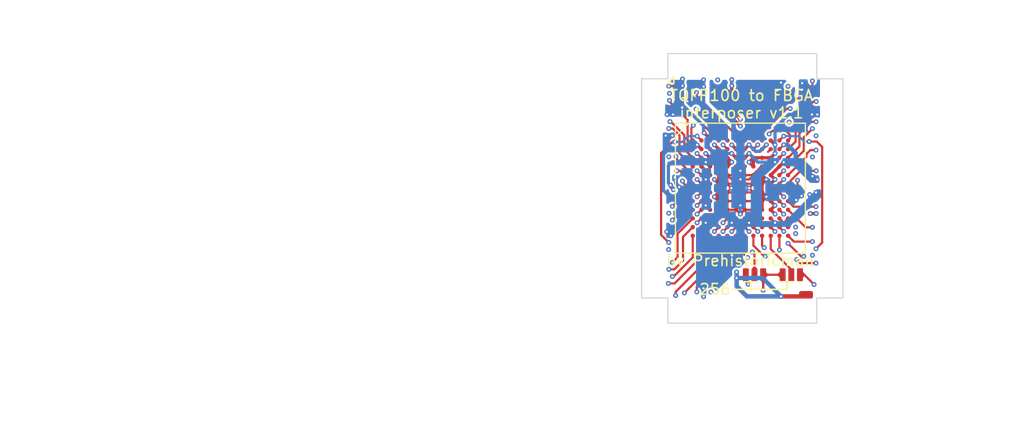
<source format=kicad_pcb>
(kicad_pcb (version 20221018) (generator pcbnew)
  (layers (0 "F.Cu" signal) (1 "In1.Cu" signal) (2 "In2.Cu" signal) (31 "B.Cu" signal) (34 "B.Paste" user) (35 "F.Paste" user) (36 "B.SilkS" user "B.Silkscreen") (37 "F.SilkS" user "F.Silkscreen") (38 "B.Mask" user) (39 "F.Mask" user) (44 "Edge.Cuts" user))
  (net 0 "")
  (net 1 "unconnected-(U1-PadB3)")
  (net 2 "unconnected-(U1-PadB10)")
  (net 3 "unconnected-(U1-PadG3)")
  (net 4 "unconnected-(U1-PadG10)")
  (net 5 "unconnected-(U1-PadK8)")
  (net 6 "unconnected-(U1-PadK11)")
  (net 7 "unconnected-(U1-PadK12)")
  (net 8 "unconnected-(U1-PadL2)")
  (net 9 "unconnected-(U1-PadL3)")
  (net 10 "unconnected-(U1-PadL9)")
  (net 11 "unconnected-(U1-PadL12)")
  (net 12 "unconnected-(U1-PadM2)")
  (net 13 "unconnected-(U2-Pad38)")
  (net 14 "unconnected-(U2-Pad39)")
  (net 15 "unconnected-(U2-Pad40)")
  (net 16 "unconnected-(U2-Pad41)")
  (net 17 "unconnected-(U2-Pad42)")
  (net 18 "unconnected-(U2-Pad43)")
  (net 19 "unconnected-(U2-Pad44)")
  (net 20 "unconnected-(U2-Pad52)")
  (net 21 "unconnected-(U2-Pad87)")
  (net 22 "unconnected-(U2-Pad88)")
  (net 23 "unconnected-(U2-Pad89)")
  (net 24 "unconnected-(U2-Pad90)")
  (net 25 "/DQ3")
  (net 26 "/DQ4")
  (net 27 "/DQ5")
  (net 28 "/DQ6")
  (net 29 "/DQ7")
  (net 30 "/DQ16")
  (net 31 "/DQ17")
  (net 32 "/DQ18")
  (net 33 "/DQ19")
  (net 34 "/DQ20")
  (net 35 "/DQ21")
  (net 36 "/DQ22")
  (net 37 "/DQ23")
  (net 38 "/DM0")
  (net 39 "/DM2")
  (net 40 "/~WE")
  (net 41 "/~CAS")
  (net 42 "/~RAS")
  (net 43 "/~CS")
  (net 44 "/BA0")
  (net 45 "/BA1")
  (net 46 "/A0")
  (net 47 "/A1")
  (net 48 "/A2")
  (net 49 "/A3")
  (net 50 "/A10")
  (net 51 "/A11")
  (net 52 "/A9")
  (net 53 "/A4")
  (net 54 "/A5")
  (net 55 "/A6")
  (net 56 "/A7")
  (net 57 "/A8")
  (net 58 "/CKE")
  (net 59 "/~CK")
  (net 60 "/CK")
  (net 61 "/DM1")
  (net 62 "/DM3")
  (net 63 "/VREF")
  (net 64 "/DQ8")
  (net 65 "/DQ9")
  (net 66 "/DQ10")
  (net 67 "/DQ11")
  (net 68 "/DQ12")
  (net 69 "/DQ13")
  (net 70 "/DQ14")
  (net 71 "/DQ15")
  (net 72 "/DQ24")
  (net 73 "/DQ25")
  (net 74 "/DQ26")
  (net 75 "/DQ27")
  (net 76 "/DQ29")
  (net 77 "/DQ30")
  (net 78 "/DQ31")
  (net 79 "/DQ0")
  (net 80 "/DQ1")
  (net 81 "/DQ2")
  (net 82 "unconnected-(U2-Pad91)")
  (net 83 "/VDDQ")
  (net 84 "/VSSQ")
  (net 85 "/VDD")
  (net 86 "VSS")
  (net 87 "/DQS")
  (net 88 "unconnected-(U2-Pad93)")
  (net 89 "/A8_int")
  (net 90 "/A9_int")
  (net 91 "/DQ28")
  (footprint "Jumper_custom:SolderJumper-3_P0.8mm_Open" (layer "F.Cu") (at 135.7 103.6 180)
    (fp_text reference "JP1" hide)
    (fp_text value "SolderJumper_3_Bridged12")
  )
  (footprint "Memory_RAM_custom:PQFP-100_14x20mm_P0.65mm_custom_In2Cu" (layer "F.Cu") (at 131.175 95.625)
    (fp_text reference "U2" hide)
    (fp_text value "K4D263238F")
  )
  (footprint "Package_BGA:LFBGA-144_10x10mm_Layout12x12_P0.8mm" (layer "F.Cu") (at 131 95.6)
    (fp_text reference "U1" hide)
    (fp_text value "HY5DU573222F")
  )
  (footprint "Jumper_custom:SolderJumper-3_P0.8mm_Open" (layer "F.Cu") (at 132.3 103.6 180)
    (fp_text reference "JP2" hide)
    (fp_text value "SolderJumper_3_Bridged12")
  )
  (gr_line (start 135.9 104.25) (end 134.7 104.25) (stroke (width 0.15)) (layer "F.SilkS"))
  (gr_line (start 124.85 85.925) (end 124.85 85.325) (stroke (width 0.15)) (layer "F.SilkS"))
  (gr_line (start 124.25 85.925) (end 124.85 85.325) (stroke (width 0.15)) (layer "F.SilkS"))
  (gr_line (start 131.95 104.25) (end 131.95 104.95) (stroke (width 0.15)) (layer "F.SilkS"))
  (gr_line (start 135.3 104.25) (end 135.3 104.95) (stroke (width 0.15)) (layer "F.SilkS"))
  (gr_line (start 124.25 85.925) (end 124.85 85.925) (stroke (width 0.15)) (layer "F.SilkS"))
  (gr_line (start 132.55 104.25) (end 131.35 104.25) (stroke (width 0.15)) (layer "F.SilkS"))
  (gr_line (start 135.3 104.95) (end 130.3 104.95) (stroke (width 0.15)) (layer "F.SilkS"))
  (gr_line (start 124.3 83.175) (end 138.05 83.175) (stroke (width 0.1)) (layer "Edge.Cuts"))
  (gr_line (start 121.875 85.5) (end 124.3 85.5) (stroke (width 0.1)) (layer "Edge.Cuts"))
  (gr_line (start 138.05 83.175) (end 138.05 85.5) (stroke (width 0.1)) (layer "Edge.Cuts"))
  (gr_line (start 140.475 85.5) (end 138.05 85.5) (stroke (width 0.1)) (layer "Edge.Cuts"))
  (gr_line (start 124.3 105.75) (end 121.875 105.75) (stroke (width 0.1)) (layer "Edge.Cuts"))
  (gr_line (start 140.475 85.5) (end 140.475 105.75) (stroke (width 0.1)) (layer "Edge.Cuts"))
  (gr_line (start 138.05 108.075) (end 124.3 108.075) (stroke (width 0.1)) (layer "Edge.Cuts"))
  (gr_line (start 138.05 105.75) (end 138.05 108.075) (stroke (width 0.1)) (layer "Edge.Cuts"))
  (gr_line (start 140.475 105.75) (end 138.05 105.75) (stroke (width 0.1)) (layer "Edge.Cuts"))
  (gr_line (start 124.3 85.5) (end 124.3 83.175) (stroke (width 0.1)) (layer "Edge.Cuts"))
  (gr_line (start 121.875 85.5) (end 121.875 105.75) (stroke (width 0.1)) (layer "Edge.Cuts"))
  (gr_line (start 124.3 108.075) (end 124.3 105.75) (stroke (width 0.1)) (layer "Edge.Cuts"))
  (gr_text "by Prehistoricman" (at 131 102.3) (layer "F.SilkS") (effects (font (size 1 1))))
  (gr_text "TQFP100 to FBGA\ninterposer v1.1" (at 131.1 87.85) (layer "F.SilkS") (effects (font (size 1 1))))
  (gr_text "256" (at 128.65 104.95) (layer "F.SilkS") (effects (font (size 1 1))))
  (segment (start 128.45 92.25) (end 128.2 92) (width 0.2) (layer "F.Cu") (net 1))
  (segment (start 133.55 92.25) (end 133.8 92) (width 0.2) (layer "F.Cu") (net 2))
  (segment (start 127.95 95.75) (end 128.2 96) (width 0.2) (layer "F.Cu") (net 3))
  (segment (start 134.05 96.25) (end 133.8 96) (width 0.2) (layer "F.Cu") (net 4))
  (segment (start 132.2 98.4) (end 132.45 98.65) (width 0.2) (layer "F.Cu") (net 5))
  (segment (start 134.85 98.65) (end 134.6 98.4) (width 0.2) (layer "F.Cu") (net 6))
  (segment (start 135.15 98.65) (end 135.4 98.4) (width 0.2) (layer "F.Cu") (net 7))
  (segment (start 127.65 99.45) (end 127.4 99.2) (width 0.2) (layer "F.Cu") (net 8))
  (segment (start 128.2 99.2) (end 127.95 99.45) (width 0.2) (layer "F.Cu") (net 9))
  (segment (start 133 99.2) (end 132.75 98.95) (width 0.2) (layer "F.Cu") (net 10))
  (segment (start 135.15 98.95) (end 135.4 99.2) (width 0.2) (layer "F.Cu") (net 11))
  (segment (start 127.4 100) (end 127.65 99.75) (width 0.2) (layer "F.Cu") (net 12))
  (segment (start 124.8322 86.1822) (end 124.3838 86.1822) (width 0.2) (layer "F.Cu") (net 25))
  (segment (start 125.5 86.85) (end 124.8322 86.1822) (width 0.2) (layer "F.Cu") (net 25))
  (segment (start 129 91.2) (end 125.5 87.7) (width 0.2) (layer "F.Cu") (net 25))
  (segment (start 125.5 87.7) (end 125.5 86.85) (width 0.2) (layer "F.Cu") (net 25))
  (via (at 124.3838 86.1822) (size 0.45) (drill 0.2) (layers "F.Cu" "B.Cu") (net 25))
  (segment (start 126.6 92) (end 126.123 91.523) (width 0.2) (layer "F.Cu") (net 26))
  (segment (start 126.123 91.523) (end 126.123 89.2855) (width 0.2) (layer "F.Cu") (net 26))
  (segment (start 126.123 89.2855) (end 124.45 87.6125) (width 0.2) (layer "F.Cu") (net 26))
  (segment (start 124.45 87.6125) (end 124.45 87.5) (width 0.2) (layer "F.Cu") (net 26))
  (via (at 124.45 87.5) (size 0.45) (drill 0.2) (layers "F.Cu" "B.Cu") (net 26))
  (segment (start 127.4 92.8) (end 127 92.4) (width 0.2) (layer "F.Cu") (net 27))
  (via (at 127 92.4) (size 0.45) (drill 0.2) (layers "F.Cu" "B.Cu") (net 27))
  (segment (start 125.82348 92.02348) (end 126.6 92.8) (width 0.2) (layer "F.Cu") (net 28))
  (segment (start 124.57057 89.4588) (end 125.82348 90.71171) (width 0.2) (layer "F.Cu") (net 28))
  (segment (start 125.82348 90.71171) (end 125.82348 92.02348) (width 0.2) (layer "F.Cu") (net 28))
  (segment (start 124.5 89.4588) (end 124.57057 89.4588) (width 0.2) (layer "F.Cu") (net 28))
  (via (at 124.5 89.4588) (size 0.45) (drill 0.2) (layers "F.Cu" "B.Cu") (net 28))
  (segment (start 126.6 93.6) (end 125.375 92.375) (width 0.2) (layer "F.Cu") (net 29))
  (segment (start 124.7438 90.0938) (end 124.3838 90.0938) (width 0.2) (layer "F.Cu") (net 29))
  (segment (start 125.375 90.725) (end 124.7438 90.0938) (width 0.2) (layer "F.Cu") (net 29))
  (segment (start 125.375 92.375) (end 125.375 90.725) (width 0.2) (layer "F.Cu") (net 29))
  (via (at 124.3838 90.0938) (size 0.45) (drill 0.2) (layers "F.Cu" "B.Cu") (net 29))
  (segment (start 127.4 94.4) (end 127 94) (width 0.2) (layer "F.Cu") (net 30))
  (via (at 127 94) (size 0.45) (drill 0.2) (layers "F.Cu" "B.Cu") (net 30))
  (segment (start 125.05 92.675) (end 125.05 92.85) (width 0.2) (layer "F.Cu") (net 31))
  (segment (start 125.05 92.85) (end 126.6 94.4) (width 0.2) (layer "F.Cu") (net 31))
  (via (at 125.05 92.675) (size 0.45) (drill 0.2) (layers "F.Cu" "B.Cu") (net 31))
  (segment (start 127.4 95.2) (end 127 94.8) (width 0.2) (layer "F.Cu") (net 32))
  (via (at 127 94.8) (size 0.45) (drill 0.2) (layers "F.Cu" "B.Cu") (net 32))
  (segment (start 125.124833 94.000167) (end 125.400167 94.000167) (width 0.2) (layer "F.Cu") (net 33))
  (segment (start 125.400167 94.000167) (end 126.6 95.2) (width 0.2) (layer "F.Cu") (net 33))
  (via (at 125.124833 94.000167) (size 0.45) (drill 0.2) (layers "F.Cu" "B.Cu") (net 33))
  (segment (start 127.4 96.8) (end 127 97.2) (width 0.2) (layer "F.Cu") (net 34))
  (via (at 127 97.2) (size 0.45) (drill 0.2) (layers "F.Cu" "B.Cu") (net 34))
  (segment (start 125.196 96.8) (end 124.714 97.282) (width 0.2) (layer "F.Cu") (net 35))
  (segment (start 126.6 96.8) (end 125.196 96.8) (width 0.2) (layer "F.Cu") (net 35))
  (via (at 124.714 97.282) (size 0.45) (drill 0.2) (layers "F.Cu" "B.Cu") (net 35))
  (segment (start 125.666 97.6) (end 124.714 98.552) (width 0.2) (layer "F.Cu") (net 36))
  (segment (start 126.6 97.6) (end 125.666 97.6) (width 0.2) (layer "F.Cu") (net 36))
  (via (at 124.714 98.552) (size 0.45) (drill 0.2) (layers "F.Cu" "B.Cu") (net 36))
  (segment (start 127.4 97.6) (end 127 98) (width 0.2) (layer "F.Cu") (net 37))
  (via (at 127 98) (size 0.45) (drill 0.2) (layers "F.Cu" "B.Cu") (net 37))
  (segment (start 124.712667 91.337333) (end 124.937667 91.337333) (width 0.2) (layer "F.Cu") (net 38))
  (segment (start 123.675 99.9162) (end 123.675 92.375) (width 0.2) (layer "F.Cu") (net 38))
  (segment (start 123.675 92.375) (end 124.712667 91.337333) (width 0.2) (layer "F.Cu") (net 38))
  (segment (start 127.4 91.2) (end 127 90.8) (width 0.2) (layer "F.Cu") (net 38))
  (segment (start 124.3838 100.625) (end 123.675 99.9162) (width 0.2) (layer "F.Cu") (net 38))
  (via (at 124.3838 100.625) (size 0.45) (drill 0.2) (layers "F.Cu" "B.Cu") (net 38))
  (via (at 124.937667 91.337333) (size 0.45) (drill 0.2) (layers "F.Cu" "B.Cu") (net 38))
  (via (at 127 90.8) (size 0.45) (drill 0.2) (layers "F.Cu" "B.Cu") (net 38))
  (segment (start 127 90.8) (end 126.175 90.8) (width 0.2) (layer "B.Cu") (net 38))
  (segment (start 126.175 90.8) (end 125.637667 91.337333) (width 0.2) (layer "B.Cu") (net 38))
  (segment (start 125.637667 91.337333) (end 124.937667 91.337333) (width 0.2) (layer "B.Cu") (net 38))
  (segment (start 127.4 96) (end 127 96.4) (width 0.2) (layer "F.Cu") (net 39))
  (via (at 127 96.4) (size 0.45) (drill 0.2) (layers "F.Cu" "B.Cu") (net 39))
  (via (at 124.375 101.275) (size 0.45) (drill 0.2) (layers "F.Cu" "B.Cu") (net 39))
  (segment (start 127.4 98.4) (end 127 98.8) (width 0.2) (layer "F.Cu") (net 40))
  (via (at 127 98.8) (size 0.45) (drill 0.2) (layers "F.Cu" "B.Cu") (net 40))
  (segment (start 125.2 101.9836) (end 125.2 99.8) (width 0.2) (layer "F.Cu") (net 41))
  (segment (start 125.2 99.8) (end 126.6 98.4) (width 0.2) (layer "F.Cu") (net 41))
  (segment (start 124.717 102.4666) (end 125.2 101.9836) (width 0.2) (layer "F.Cu") (net 41))
  (via (at 124.717 102.4666) (size 0.45) (drill 0.2) (layers "F.Cu" "B.Cu") (net 41))
  (segment (start 124.3868 103.1016) (end 124.8984 103.1016) (width 0.2) (layer "F.Cu") (net 42))
  (segment (start 125.7 102.3) (end 125.7 100.1) (width 0.2) (layer "F.Cu") (net 42))
  (segment (start 124.8984 103.1016) (end 125.7 102.3) (width 0.2) (layer "F.Cu") (net 42))
  (segment (start 125.7 100.1) (end 126.6 99.2) (width 0.2) (layer "F.Cu") (net 42))
  (via (at 124.3868 103.1016) (size 0.45) (drill 0.2) (layers "F.Cu" "B.Cu") (net 42))
  (segment (start 126.6 102) (end 126.6 100) (width 0.2) (layer "F.Cu") (net 43))
  (segment (start 124.714 103.759) (end 124.841 103.759) (width 0.2) (layer "F.Cu") (net 43))
  (segment (start 124.841 103.759) (end 126.6 102) (width 0.2) (layer "F.Cu") (net 43))
  (via (at 124.714 103.759) (size 0.45) (drill 0.2) (layers "F.Cu" "B.Cu") (net 43))
  (segment (start 124.92289 104.4) (end 124.35 104.4) (width 0.2) (layer "F.Cu") (net 44))
  (segment (start 124.92289 104.4) (end 128.2 101.12289) (width 0.2) (layer "F.Cu") (net 44))
  (segment (start 128.2 101.12289) (end 128.2 100) (width 0.2) (layer "F.Cu") (net 44))
  (via (at 124.35 104.4) (size 0.45) (drill 0.2) (layers "F.Cu" "B.Cu") (net 44))
  (segment (start 129 99.2) (end 128.6 99.6) (width 0.2) (layer "F.Cu") (net 45))
  (via (at 128.6 99.6) (size 0.45) (drill 0.2) (layers "F.Cu" "B.Cu") (net 45))
  (segment (start 129 101.2) (end 129 100) (width 0.2) (layer "F.Cu") (net 46))
  (segment (start 125.0188 105.1812) (end 129 101.2) (width 0.2) (layer "F.Cu") (net 46))
  (segment (start 125.0188 105.5116) (end 125.0188 105.1812) (width 0.2) (layer "F.Cu") (net 46))
  (via (at 125.0188 105.5116) (size 0.45) (drill 0.2) (layers "F.Cu" "B.Cu") (net 46))
  (segment (start 125.825 105.275) (end 129.8 101.3) (width 0.2) (layer "F.Cu") (net 47))
  (segment (start 129.8 101.3) (end 129.8 100) (width 0.2) (layer "F.Cu") (net 47))
  (via (at 125.825 105.275) (size 0.45) (drill 0.2) (layers "F.Cu" "B.Cu") (net 47))
  (segment (start 129.7939 99.231) (end 129.4061 99.6188) (width 0.2) (layer "F.Cu") (net 48))
  (via (at 129.4 99.6) (size 0.45) (drill 0.2) (layers "F.Cu" "B.Cu") (net 48))
  (segment (start 130.6 101.1) (end 130.6 100) (width 0.2) (layer "F.Cu") (net 49))
  (segment (start 126.9746 104.7254) (end 130.6 101.1) (width 0.2) (layer "F.Cu") (net 49))
  (segment (start 126.9746 105.1814) (end 126.9746 104.7254) (width 0.2) (layer "F.Cu") (net 49))
  (via (at 126.9746 105.1814) (size 0.45) (drill 0.2) (layers "F.Cu" "B.Cu") (net 49))
  (segment (start 129.7875 98.4125) (end 129.4125 98.7875) (width 0.2) (layer "F.Cu") (net 50))
  (via (at 129.4 98.8) (size 0.45) (drill 0.2) (layers "F.Cu" "B.Cu") (net 50))
  (via (at 128.275 105.2) (size 0.45) (drill 0.2) (layers "F.Cu" "B.Cu") (net 50))
  (segment (start 130.5937 99.2063) (end 130.2063 99.5937) (width 0.2) (layer "F.Cu") (net 51))
  (via (at 130.2 99.6) (size 0.45) (drill 0.2) (layers "F.Cu" "B.Cu") (net 51))
  (segment (start 133.1 104.55) (end 133.1 104.35) (width 0.2) (layer "F.Cu") (net 52))
  (segment (start 133.475 103.6) (end 133.3 103.775) (width 0.2) (layer "F.Cu") (net 52))
  (segment (start 134.5 103.6) (end 134.675 103.425) (width 0.2) (layer "F.Cu") (net 52))
  (segment (start 133.1 104.55) (end 133.1 104.25) (width 0.2) (layer "F.Cu") (net 52))
  (segment (start 133.1 104.35) (end 133.1 103.6) (width 0.2) (layer "F.Cu") (net 52))
  (segment (start 133.1 104.25) (end 133.275 104.075) (width 0.2) (layer "F.Cu") (net 52))
  (segment (start 133.1 104.25) (end 132.925 104.075) (width 0.2) (layer "F.Cu") (net 52))
  (segment (start 134.5 103.6) (end 134.675 103.775) (width 0.2) (layer "F.Cu") (net 52))
  (segment (start 135.075 104.1) (end 134.725 104.1) (width 0.2) (layer "F.Cu") (net 52))
  (segment (start 133.275 103.1) (end 132.925 103.1) (width 0.2) (layer "F.Cu") (net 52))
  (segment (start 135.075 103.1) (end 134.725 103.1) (width 0.2) (layer "F.Cu") (net 52))
  (segment (start 133.1 104.75) (end 133.1 104.55) (width 0.2) (layer "F.Cu") (net 52))
  (segment (start 133.1 103.6) (end 134.9 103.6) (width 0.2) (layer "F.Cu") (net 52))
  (segment (start 133.1 105.025) (end 133.1 104.75) (width 0.2) (layer "F.Cu") (net 52))
  (segment (start 133.1 104.75) (end 133.1 104.25) (width 0.2) (layer "F.Cu") (net 52))
  (segment (start 133.475 103.6) (end 133.3 103.425) (width 0.2) (layer "F.Cu") (net 52))
  (via (at 133.1 105.025) (size 0.45) (drill 0.2) (layers "F.Cu" "B.Cu") (net 52))
  (segment (start 131.4 101.739401) (end 131.4 100) (width 0.2) (layer "F.Cu") (net 53))
  (segment (start 131.660599 102) (end 131.4 101.739401) (width 0.2) (layer "F.Cu") (net 53))
  (via (at 131.660599 102) (size 0.45) (drill 0.2) (layers "F.Cu" "B.Cu") (net 53))
  (segment (start 132.2 99.2) (end 132.6 99.6) (width 0.2) (layer "F.Cu") (net 54))
  (via (at 132.6 99.6) (size 0.45) (drill 0.2) (layers "F.Cu" "B.Cu") (net 54))
  (segment (start 132.2 100.9) (end 133.2 101.9) (width 0.2) (layer "F.Cu") (net 55))
  (segment (start 133.2 101.9) (end 133.3 101.9) (width 0.2) (layer "F.Cu") (net 55))
  (segment (start 132.2 100.9) (end 132.2 100) (width 0.2) (layer "F.Cu") (net 55))
  (via (at 133.3 101.9) (size 0.45) (drill 0.2) (layers "F.Cu" "B.Cu") (net 55))
  (segment (start 133 100) (end 133 100.9) (width 0.2) (layer "F.Cu") (net 56))
  (segment (start 133 100.9) (end 133.2 101.1) (width 0.2) (layer "F.Cu") (net 56))
  (via (at 133.2 101.1) (size 0.45) (drill 0.2) (layers "F.Cu" "B.Cu") (net 56))
  (segment (start 136.9 103.6) (end 136.5 103.6) (width 0.2) (layer "F.Cu") (net 57))
  (segment (start 136.9 103.6) (end 136.725 103.425) (width 0.2) (layer "F.Cu") (net 57))
  (segment (start 131.5 104.275) (end 131.675 104.1) (width 0.2) (layer "F.Cu") (net 57))
  (segment (start 137.8 104.5) (end 136.9 103.6) (width 0.2) (layer "F.Cu") (net 57))
  (segment (start 131.725 104.475) (end 131.5 104.25) (width 0.2) (layer "F.Cu") (net 57))
  (segment (start 136.9 103.6) (end 136.725 103.775) (width 0.2) (layer "F.Cu") (net 57))
  (segment (start 131.675 103.1) (end 131.325 103.1) (width 0.2) (layer "F.Cu") (net 57))
  (segment (start 131.5 103.6) (end 131.5 103.9) (width 0.2) (layer "F.Cu") (net 57))
  (segment (start 131.5 104.25) (end 131.5 103.6) (width 0.2) (layer "F.Cu") (net 57))
  (segment (start 136.675 103.1) (end 136.325 103.1) (width 0.2) (layer "F.Cu") (net 57))
  (segment (start 131.5 104.275) (end 131.325 104.1) (width 0.2) (layer "F.Cu") (net 57))
  (segment (start 136.675 104.1) (end 136.325 104.1) (width 0.2) (layer "F.Cu") (net 57))
  (via (at 131.725 104.475) (size 0.45) (drill 0.2) (layers "F.Cu" "B.Cu") (net 57))
  (via (at 137.8 104.5) (size 0.45) (drill 0.2) (layers "F.Cu" "B.Cu") (net 57))
  (segment (start 134.6 100) (end 134.6 101.3) (width 0.2) (layer "F.Cu") (net 58))
  (via (at 134.6 101.3) (size 0.45) (drill 0.2) (layers "F.Cu" "B.Cu") (net 58))
  (segment (start 136.85 101.9) (end 136.6 101.9) (width 0.2) (layer "F.Cu") (net 59))
  (segment (start 136.6 101.9) (end 135.4 100.7) (width 0.2) (layer "F.Cu") (net 59))
  (segment (start 134.6 99.2) (end 135 99.6) (width 0.2) (layer "F.Cu") (net 59))
  (via (at 135 99.6) (size 0.45) (drill 0.2) (layers "F.Cu" "B.Cu") (net 59))
  (via (at 136.85 101.9) (size 0.45) (drill 0.2) (layers "F.Cu" "B.Cu") (net 59))
  (via (at 135.4 100.7) (size 0.45) (drill 0.2) (layers "F.Cu" "B.Cu") (net 59))
  (segment (start 136.522 102.522) (end 137.9802 102.522) (width 0.2) (layer "F.Cu") (net 60))
  (segment (start 133.8 99.2) (end 134.2 99.6) (width 0.2) (layer "F.Cu") (net 60))
  (segment (start 136.2 102.2) (end 136.522 102.522) (width 0.2) (layer "F.Cu") (net 60))
  (via (at 137.9802 102.522) (size 0.45) (drill 0.2) (layers "F.Cu" "B.Cu") (net 60))
  (via (at 136.2 102.2) (size 0.45) (drill 0.2) (layers "F.Cu" "B.Cu") (net 60))
  (via (at 134.2 99.6) (size 0.45) (drill 0.2) (layers "F.Cu" "B.Cu") (net 60))
  (segment (start 134.6 96) (end 135 96.4) (width 0.2) (layer "F.Cu") (net 61))
  (via (at 135 96.4) (size 0.45) (drill 0.2) (layers "F.Cu" "B.Cu") (net 61))
  (via (at 137.65 101.8) (size 0.45) (drill 0.2) (layers "F.Cu" "B.Cu") (net 61))
  (segment (start 138.55 100.6314) (end 137.9802 101.2012) (width 0.2) (layer "F.Cu") (net 62))
  (segment (start 138.55 91.8) (end 138.55 100.6314) (width 0.2) (layer "F.Cu") (net 62))
  (segment (start 138.55 91.8) (end 138.05 91.3) (width 0.2) (layer "F.Cu") (net 62))
  (segment (start 138.05 91.3) (end 137.35 91.3) (width 0.2) (layer "F.Cu") (net 62))
  (segment (start 134.6 91.2) (end 135 90.8) (width 0.2) (layer "F.Cu") (net 62))
  (via (at 137.35 91.3) (size 0.45) (drill 0.2) (layers "F.Cu" "B.Cu") (net 62))
  (via (at 137.9802 101.2012) (size 0.45) (drill 0.2) (layers "F.Cu" "B.Cu") (net 62))
  (via (at 135 90.8) (size 0.45) (drill 0.2) (layers "F.Cu" "B.Cu") (net 62))
  (segment (start 136.9 91.3) (end 136.4 90.8) (width 0.2) (layer "B.Cu") (net 62))
  (segment (start 136.4 90.8) (end 135 90.8) (width 0.2) (layer "B.Cu") (net 62))
  (segment (start 137.35 91.3) (end 136.9 91.3) (width 0.2) (layer "B.Cu") (net 62))
  (segment (start 135.9408 100.5408) (end 135.4 100) (width 0.2) (layer "F.Cu") (net 63))
  (segment (start 137.65 100.5408) (end 135.9408 100.5408) (width 0.2) (layer "F.Cu") (net 63))
  (via (at 137.65 100.5408) (size 0.45) (drill 0.2) (layers "F.Cu" "B.Cu") (net 63))
  (segment (start 137.02 99.22) (end 135.4 97.6) (width 0.2) (layer "F.Cu") (net 64))
  (segment (start 137.65 99.22) (end 137.02 99.22) (width 0.2) (layer "F.Cu") (net 64))
  (via (at 137.65 99.22) (size 0.45) (drill 0.2) (layers "F.Cu" "B.Cu") (net 64))
  (segment (start 134.6 97.6) (end 135 98) (width 0.2) (layer "F.Cu") (net 65))
  (via (at 135 98) (size 0.45) (drill 0.2) (layers "F.Cu" "B.Cu") (net 65))
  (segment (start 137.9802 97.315) (end 135.915 97.315) (width 0.2) (layer "F.Cu") (net 66))
  (segment (start 135.915 97.315) (end 135.4 96.8) (width 0.2) (layer "F.Cu") (net 66))
  (via (at 137.9802 97.315) (size 0.45) (drill 0.2) (layers "F.Cu" "B.Cu") (net 66))
  (segment (start 134.6 96.8) (end 135 97.2) (width 0.2) (layer "F.Cu") (net 67))
  (via (at 135 97.2) (size 0.45) (drill 0.2) (layers "F.Cu" "B.Cu") (net 67))
  (segment (start 136.55 94) (end 135.4 95.15) (width 0.2) (layer "F.Cu") (net 68))
  (segment (start 138 94) (end 136.55 94) (width 0.2) (layer "F.Cu") (net 68))
  (segment (start 135.4 95.15) (end 135.4 95.2) (width 0.2) (layer "F.Cu") (net 68))
  (via (at 138 94) (size 0.45) (drill 0.2) (layers "F.Cu" "B.Cu") (net 68))
  (segment (start 134.6 95.2) (end 135 94.8) (width 0.2) (layer "F.Cu") (net 69))
  (via (at 135 94.8) (size 0.45) (drill 0.2) (layers "F.Cu" "B.Cu") (net 69))
  (segment (start 137.1 92.45) (end 137.4602 92.0898) (width 0.2) (layer "F.Cu") (net 70))
  (segment (start 135.4 94.4) (end 137.1 92.7) (width 0.2) (layer "F.Cu") (net 70))
  (segment (start 137.4602 92.0898) (end 137.9822 92.0898) (width 0.2) (layer "F.Cu") (net 70))
  (segment (start 137.1 92.7) (end 137.1 92.45) (width 0.2) (layer "F.Cu") (net 70))
  (via (at 137.9822 92.0898) (size 0.45) (drill 0.2) (layers "F.Cu" "B.Cu") (net 70))
  (segment (start 134.6 94.4) (end 135 94) (width 0.2) (layer "F.Cu") (net 71))
  (via (at 135 94) (size 0.45) (drill 0.2) (layers "F.Cu" "B.Cu") (net 71))
  (segment (start 136.85 90.9106) (end 137.652 90.1086) (width 0.2) (layer "F.Cu") (net 72))
  (segment (start 136.85 92.15) (end 136.85 90.9106) (width 0.2) (layer "F.Cu") (net 72))
  (segment (start 135.4 93.6) (end 136.85 92.15) (width 0.2) (layer "F.Cu") (net 72))
  (via (at 137.652 90.1086) (size 0.45) (drill 0.2) (layers "F.Cu" "B.Cu") (net 72))
  (segment (start 137.5264 89.4736) (end 136.45 90.55) (width 0.2) (layer "F.Cu") (net 73))
  (segment (start 136.45 90.55) (end 136.45 91.75) (width 0.2) (layer "F.Cu") (net 73))
  (segment (start 136.45 91.75) (end 135.4 92.8) (width 0.2) (layer "F.Cu") (net 73))
  (segment (start 137.9822 89.4736) (end 137.5264 89.4736) (width 0.2) (layer "F.Cu") (net 73))
  (via (at 137.9822 89.4736) (size 0.45) (drill 0.2) (layers "F.Cu" "B.Cu") (net 73))
  (segment (start 134.6 92.8) (end 135 92.4) (width 0.2) (layer "F.Cu") (net 74))
  (via (at 135 92.4) (size 0.45) (drill 0.2) (layers "F.Cu" "B.Cu") (net 74))
  (segment (start 137.75 87.6) (end 136.1 89.25) (width 0.2) (layer "F.Cu") (net 75))
  (segment (start 136.1 91.3) (end 135.4 92) (width 0.2) (layer "F.Cu") (net 75))
  (segment (start 138 87.6) (end 137.75 87.6) (width 0.2) (layer "F.Cu") (net 75))
  (segment (start 136.1 89.25) (end 136.1 91.3) (width 0.2) (layer "F.Cu") (net 75))
  (via (at 138 87.6) (size 0.45) (drill 0.2) (layers "F.Cu" "B.Cu") (net 75))
  (segment (start 136.96475 87.33525) (end 135.32652 87.33525) (width 0.2) (layer "F.Cu") (net 76))
  (segment (start 135.32652 87.33525) (end 132.2 90.46177) (width 0.2) (layer "F.Cu") (net 76))
  (segment (start 137.65 85.7) (end 137.65 86.65) (width 0.2) (layer "F.Cu") (net 76))
  (segment (start 137.65 86.65) (end 136.96475 87.33525) (width 0.2) (layer "F.Cu") (net 76))
  (segment (start 132.2 90.46177) (end 132.2 91.2) (width 0.2) (layer "F.Cu") (net 76))
  (via (at 137.65 85.7) (size 0.45) (drill 0.2) (layers "F.Cu" "B.Cu") (net 76))
  (segment (start 132.2 92) (end 132.6 91.6) (width 0.2) (layer "F.Cu") (net 77))
  (via (at 132.6 91.6) (size 0.45) (drill 0.2) (layers "F.Cu" "B.Cu") (net 77))
  (segment (start 131.4 90.475) (end 131.4 91.2) (width 0.2) (layer "F.Cu") (net 78))
  (segment (start 135.4 86.475) (end 131.4 90.475) (width 0.2) (layer "F.Cu") (net 78))
  (segment (start 135.4 86.2) (end 135.4 86.475) (width 0.2) (layer "F.Cu") (net 78))
  (via (at 135.4 86.2) (size 0.45) (drill 0.2) (layers "F.Cu" "B.Cu") (net 78))
  (segment (start 126.95 87.05) (end 130.6 90.7) (width 0.2) (layer "F.Cu") (net 79))
  (segment (start 130.6 90.7) (end 130.6 91.2) (width 0.2) (layer "F.Cu") (net 79))
  (segment (start 126.95 86.775) (end 126.95 87.05) (width 0.2) (layer "F.Cu") (net 79))
  (via (at 126.95 86.775) (size 0.45) (drill 0.2) (layers "F.Cu" "B.Cu") (net 79))
  (segment (start 129.8 92) (end 129.4 91.6) (width 0.2) (layer "F.Cu") (net 80))
  (via (at 129.4 91.6) (size 0.45) (drill 0.2) (layers "F.Cu" "B.Cu") (net 80))
  (segment (start 126.9 88.3) (end 129.8 91.2) (width 0.2) (layer "F.Cu") (net 81))
  (via (at 126.9 88.3) (size 0.45) (drill 0.2) (layers "F.Cu" "B.Cu") (net 81))
  (segment (start 133 92) (end 133.4 91.6) (width 0.3) (layer "F.Cu") (net 83))
  (segment (start 134.6 93.6) (end 135 93.2) (width 0.3) (layer "F.Cu") (net 83))
  (segment (start 128.2 97.6) (end 127.8 97.2) (width 0.3) (layer "F.Cu") (net 83))
  (segment (start 131.4 92) (end 131.8 91.6) (width 0.3) (layer "F.Cu") (net 83))
  (segment (start 124.925 94.6) (end 125.024511 94.699511) (width 0.3) (layer "F.Cu") (net 83))
  (segment (start 130.6 92) (end 130.2 91.6) (width 0.3) (layer "F.Cu") (net 83))
  (segment (start 134.6 92) (end 135 91.6) (width 0.2) (layer "F.Cu") (net 83))
  (segment (start 127.8 94) (end 127.4 93.6) (width 0.3) (layer "F.Cu") (net 83))
  (segment (start 128.2 94.4) (end 127.8 94.8) (width 0.3) (layer "F.Cu") (net 83))
  (segment (start 133.8 96.8) (end 134.2 97.2) (width 0.3) (layer "F.Cu") (net 83))
  (segment (start 130.6 92) (end 131.4 92) (width 0.3) (layer "F.Cu") (net 83))
  (segment (start 128.2 94.4) (end 127.8 94) (width 0.3) (layer "F.Cu") (net 83))
  (segment (start 137.8 94.5) (end 138.1 94.8) (width 0.3) (layer "F.Cu") (net 83))
  (segment (start 133.8 97.6) (end 134.2 98) (width 0.3) (layer "F.Cu") (net 83))
  (segment (start 124.2055 99.6305) (end 124.575 100) (width 0.4) (layer "F.Cu") (net 83))
  (segment (start 134.2 94) (end 134.6 93.6) (width 0.3) (layer "F.Cu") (net 83))
  (segment (start 137.65 94.5) (end 137.8 94.5) (width 0.3) (layer "F.Cu") (net 83))
  (segment (start 125.024511 94.699511) (end 125.024511 95.174511) (width 0.3) (layer "F.Cu") (net 83))
  (segment (start 128.2 95.2) (end 127.8 94.8) (width 0.3) (layer "F.Cu") (net 83))
  (segment (start 129 92) (end 128.6 91.6) (width 0.3) (layer "F.Cu") (net 83))
  (segment (start 128.2 96.8) (end 127.8 97.2) (width 0.3) (layer "F.Cu") (net 83))
  (segment (start 133.8 97.6) (end 134.2 97.2) (width 0.3) (layer "F.Cu") (net 83))
  (segment (start 134.2 94.8) (end 133.8 94.4) (width 0.3) (layer "F.Cu") (net 83))
  (segment (start 124.1 90.75) (end 124.725 90.75) (width 0.4) (layer "F.Cu") (net 83))
  (segment (start 133.8 94.4) (end 134.2 94) (width 0.3) (layer "F.Cu") (net 83))
  (segment (start 127.4 92) (end 127 91.6) (width 0.3) (layer "F.Cu") (net 83))
  (segment (start 125.024511 95.174511) (end 125.35 95.5) (width 0.3) (layer "F.Cu") (net 83))
  (segment (start 133.8 95.2) (end 134.2 94.8) (width 0.3) (layer "F.Cu") (net 83))
  (via (at 124.45 86.85) (size 0.45) (drill 0.2) (layers "F.Cu" "B.Cu") (net 83))
  (via (at 137.65 94.5) (size 0.45) (drill 0.2) (layers "F.Cu" "B.Cu") (net 83))
  (via (at 131.8 91.6) (size 0.45) (drill 0.2) (layers "F.Cu" "B.Cu") (net 83))
  (via (at 137.9822 90.769) (size 0.45) (drill 0.2) (layers "F.Cu" "B.Cu") (net 83))
  (via (at 138.1 94.8) (size 0.45) (drill 0.2) (layers "F.Cu" "B.Cu") (net 83))
  (via (at 127.8 94.8) (size 0.45) (drill 0.2) (layers "F.Cu" "B.Cu") (net 83))
  (via (at 135.5 89.5) (size 0.45) (drill 0.2) (layers "F.Cu" "B.Cu") (net 83))
  (via (at 136.1 99.2) (size 0.45) (drill 0.2) (layers "F.Cu" "B.Cu") (net 83))
  (via (at 124.925 94.6) (size 0.45) (drill 0.2) (layers "F.Cu" "B.Cu") (net 83))
  (via (at 125.35 95.5) (size 0.45) (drill 0.2) (layers "F.Cu" "B.Cu") (net 83))
  (via (at 130.2 91.6) (size 0.45) (drill 0.2) (layers "F.Cu" "B.Cu") (net 83))
  (via (at 127 91.6) (size 0.45) (drill 0.2) (layers "F.Cu" "B.Cu") (net 83))
  (via (at 124.714 90.7542) (size 0.45) (drill 0.2) (layers "F.Cu" "B.Cu") (net 83))
  (via (at 134.2 97.2) (size 0.45) (drill 0.2) (layers "F.Cu" "B.Cu") (net 83))
  (via (at 124.575 100) (size 0.45) (drill 0.2) (layers "F.Cu" "B.Cu") (net 83))
  (via (at 133.4 91.6) (size 0.45) (drill 0.2) (layers "F.Cu" "B.Cu") (net 83))
  (via (at 136.1 99.8) (size 0.45) (drill 0.2) (layers "F.Cu" "B.Cu") (net 83))
  (via (at 134.2 98) (size 0.45) (drill 0.2) (layers "F.Cu" "B.Cu") (net 83))
  (via (at 135 91.6) (size 0.45) (drill 0.2) (layers "F.Cu" "B.Cu") (net 83))
  (via (at 135 93.2) (size 0.45) (drill 0.2) (layers "F.Cu" "B.Cu") (net 83))
  (via (at 127.8 97.2) (size 0.45) (drill 0.2) (layers "F.Cu" "B.Cu") (net 83))
  (via (at 128.6 91.6) (size 0.45) (drill 0.2) (layers "F.Cu" "B.Cu") (net 83))
  (via (at 124.1 90.75) (size 0.45) (drill 0.2) (layers "F.Cu" "B.Cu") (net 83))
  (via (at 124.2 99.6305) (size 0.45) (drill 0.2) (layers "F.Cu" "B.Cu") (net 83))
  (via (at 134.2 94.8) (size 0.45) (drill 0.2) (layers "F.Cu" "B.Cu") (net 83))
  (segment (start 125.024511 95.174511) (end 126.05 96.2) (width 0.3) (layer "B.Cu") (net 83))
  (segment (start 135.35 91.6) (end 135 91.6) (width 0.4) (layer "B.Cu") (net 83))
  (segment (start 125.95 98.625) (end 125.95 96.5) (width 0.3) (layer "B.Cu") (net 83))
  (segment (start 137.8 94.5) (end 138.1 94.8) (width 0.3) (layer "B.Cu") (net 83))
  (segment (start 136.1 93.2) (end 136.1 92.35) (width 0.4) (layer "B.Cu") (net 83))
  (segment (start 137.4 94.5) (end 136.1 93.2) (width 0.4) (layer "B.Cu") (net 83))
  (segment (start 137.65 94.5) (end 137.4 94.5) (width 0.4) (layer "B.Cu") (net 83))
  (segment (start 126.8 95.65) (end 127.8 95.65) (width 0.3) (layer "B.Cu") (net 83))
  (segment (start 124.1 92.3) (end 123.9 92.5) (width 0.3) (layer "B.Cu") (net 83))
  (segment (start 124.1 90.75) (end 124.1 92.125) (width 0.3) (layer "B.Cu") (net 83))
  (segment (start 124.1 92.125) (end 124.1 92.3) (width 0.3) (layer "B.Cu") (net 83))
  (segment (start 123.9 92.5) (end 123.9 95.825) (width 0.3) (layer "B.Cu") (net 83))
  (segment (start 132.8 92.2) (end 132.4 92.2) (width 0.3) (layer "B.Cu") (net 83))
  (segment (start 125.024511 94.699511) (end 125.024511 95.174511) (width 0.3) (layer "B.Cu") (net 83))
  (segment (start 123.9 95.825) (end 124.575 96.5) (width 0.3) (layer "B.Cu") (net 83))
  (segment (start 132.4 92.2) (end 131.8 91.6) (width 0.3) (layer "B.Cu") (net 83))
  (segment (start 124.2055 99.6305) (end 124.575 100) (width 0.4) (layer "B.Cu") (net 83))
  (segment (start 127.8 97.2) (end 127.8 95.65) (width 0.3) (layer "B.Cu") (net 83))
  (segment (start 126.075 92.125) (end 126.6 91.6) (width 0.3) (layer "B.Cu") (net 83))
  (segment (start 124.2 99.6305) (end 124.2055 99.6305) (width 0.3) (layer "B.Cu") (net 83))
  (segment (start 124.714 90.7542) (end 124.7098 90.75) (width 0.3) (layer "B.Cu") (net 83))
  (segment (start 124.1 92.125) (end 126.075 92.125) (width 0.3) (layer "B.Cu") (net 83))
  (segment (start 133.4 91.6) (end 132.8 92.2) (width 0.3) (layer "B.Cu") (net 83))
  (segment (start 136.1 92.35) (end 135.35 91.6) (width 0.4) (layer "B.Cu") (net 83))
  (segment (start 125.95 96.5) (end 126.8 95.65) (width 0.3) (layer "B.Cu") (net 83))
  (segment (start 137.65 94.5) (end 137.8 94.5) (width 0.3) (layer "B.Cu") (net 83))
  (segment (start 124.7098 90.75) (end 124.1 90.75) (width 0.3) (layer "B.Cu") (net 83))
  (segment (start 124.575 100) (end 125.95 98.625) (width 0.3) (layer "B.Cu") (net 83))
  (segment (start 124.575 96.5) (end 125.95 96.5) (width 0.3) (layer "B.Cu") (net 83))
  (segment (start 124.925 94.6) (end 125.024511 94.699511) (width 0.3) (layer "B.Cu") (net 83))
  (segment (start 126.6 91.6) (end 127 91.6) (width 0.3) (layer "B.Cu") (net 83))
  (segment (start 127.8 95.65) (end 127.8 94.8) (width 0.3) (layer "B.Cu") (net 83))
  (segment (start 136.1 93.2) (end 135 93.2) (width 0.4) (layer "B.Cu") (net 83))
  (segment (start 130.2 87.5) (end 130.2 86.15) (width 0.3) (layer "F.Cu") (net 84))
  (segment (start 133 95.2) (end 133 94.4) (width 0.3) (layer "F.Cu") (net 84))
  (segment (start 131 89.25) (end 130.2 88.45) (width 0.3) (layer "F.Cu") (net 84))
  (segment (start 129 96.8) (end 128.6 96.4) (width 0.3) (layer "F.Cu") (net 84))
  (segment (start 129.8 93.6) (end 129.8 92.8) (width 0.3) (layer "F.Cu") (net 84))
  (segment (start 133 95.2) (end 133 97.6) (width 0.3) (layer "F.Cu") (net 84))
  (segment (start 131.8 93.2) (end 132.2 92.8) (width 0.3) (layer "F.Cu") (net 84))
  (segment (start 129 97.6) (end 129 95.2) (width 0.3) (layer "F.Cu") (net 84))
  (segment (start 133 96) (end 133.4 96.4) (width 0.3) (layer "F.Cu") (net 84))
  (segment (start 132.2 93.6) (end 131.8 93.2) (width 0.3) (layer "F.Cu") (net 84))
  (segment (start 129 96) (end 128.6 96.4) (width 0.3) (layer "F.Cu") (net 84))
  (segment (start 134.2 91.6) (end 133.8 91.2) (width 0.3) (layer "F.Cu") (net 84))
  (segment (start 129 95.2) (end 129 94.4) (width 0.3) (layer "F.Cu") (net 84))
  (segment (start 138 97.95) (end 137.45 97.95) (width 0.3) (layer "F.Cu") (net 84))
  (segment (start 132.2 92.8) (end 132.2 93.6) (width 0.3) (layer "F.Cu") (net 84))
  (segment (start 133 95.2) (end 133.4 94.8) (width 0.3) (layer "F.Cu") (net 84))
  (segment (start 133 96.8) (end 133.4 96.4) (width 0.3) (layer "F.Cu") (net 84))
  (segment (start 128.2 92.8) (end 127.808119 92.413008) (width 0.3) (layer "F.Cu") (net 84))
  (segment (start 131 89.875) (end 130.2 89.075) (width 0.3) (layer "F.Cu") (net 84))
  (segment (start 133 92.8) (end 133.8 92.8) (width 0.3) (layer "F.Cu") (net 84))
  (segment (start 130.2 89.075) (end 130.2 87.525) (width 0.3) (layer "F.Cu") (net 84))
  (segment (start 130.2 88.45) (end 130.2 87.6) (width 0.3) (layer "F.Cu") (net 84))
  (segment (start 130.2 86.15) (end 130.2 85.575) (width 0.3) (layer "F.Cu") (net 84))
  (segment (start 129 95.2) (end 128.6 94.8) (width 0.3) (layer "F.Cu") (net 84))
  (segment (start 133.8 92.8) (end 134.2 92.4) (width 0.3) (layer "F.Cu") (net 84))
  (segment (start 128.2 92.8) (end 129.8 92.8) (width 0.3) (layer "F.Cu") (net 84))
  (segment (start 125.65 86.125) (end 125.65 85.575) (width 0.3) (layer "F.Cu") (net 84))
  (segment (start 130.2 93.2) (end 129.8 93.6) (width 0.3) (layer "F.Cu") (net 84))
  (segment (start 127.65 90.5) (end 128.15 91) (width 0.3) (layer "F.Cu") (net 84))
  (segment (start 133.4 94.8) (end 133 94.4) (width 0.3) (layer "F.Cu") (net 84))
  (segment (start 138.125 88.8) (end 137.575 88.8) (width 0.3) (layer "F.Cu") (net 84))
  (segment (start 130.2 93.2) (end 129.8 92.8) (width 0.3) (layer "F.Cu") (net 84))
  (segment (start 133 92.8) (end 132.2 92.8) (width 0.3) (layer "F.Cu") (net 84))
  (segment (start 136.7 85.925) (end 136.7 86.475) (width 0.3) (layer "F.Cu") (net 84))
  (via (at 136.15 96.7) (size 0.45) (drill 0.2) (layers "F.Cu" "B.Cu") (net 84))
  (via (at 124.3838 97.917) (size 0.45) (drill 0.2) (layers "F.Cu" "B.Cu") (net 84))
  (via (at 131.8 93.2) (size 0.45) (drill 0.2) (layers "F.Cu" "B.Cu") (net 84))
  (via (at 128.6 94.8) (size 0.45) (drill 0.2) (layers "F.Cu" "B.Cu") (net 84))
  (via (at 127.65 90.5) (size 0.45) (drill 0.2) (layers "F.Cu" "B.Cu") (net 84))
  (via (at 131 89.25) (size 0.45) (drill 0.2) (layers "F.Cu" "B.Cu") (net 84))
  (via (at 130.2 86.15) (size 0.45) (drill 0.2) (layers "F.Cu" "B.Cu") (net 84))
  (via (at 136.7 85.9) (size 0.45) (drill 0.2) (layers "F.Cu" "B.Cu") (net 84))
  (via (at 137.45 97.95) (size 0.45) (drill 0.2) (layers "F.Cu" "B.Cu") (net 84))
  (via (at 134.2 91.6) (size 0.45) (drill 0.2) (layers "F.Cu" "B.Cu") (net 84))
  (via (at 133.4 94.8) (size 0.45) (drill 0.2) (layers "F.Cu" "B.Cu") (net 84))
  (via (at 127.8 92.4) (size 0.45) (drill 0.2) (layers "F.Cu" "B.Cu") (net 84))
  (via (at 130.2 85.575) (size 0.45) (drill 0.2) (layers "F.Cu" "B.Cu") (net 84))
  (via (at 136.646428 96.322333) (size 0.45) (drill 0.2) (layers "F.Cu" "B.Cu") (net 84))
  (via (at 124.775 88.8) (size 0.45) (drill 0.2) (layers "F.Cu" "B.Cu") (net 84))
  (via (at 134.2 92.4) (size 0.45) (drill 0.2) (layers "F.Cu" "B.Cu") (net 84))
  (via (at 138.1 88.8) (size 0.45) (drill 0.2) (layers "F.Cu" "B.Cu") (net 84))
  (via (at 130.2 93.2) (size 0.45) (drill 0.2) (layers "F.Cu" "B.Cu") (net 84))
  (via (at 128.6 96.4) (size 0.45) (drill 0.2) (layers "F.Cu" "B.Cu") (net 84))
  (via (at 124.225 88.8) (size 0.45) (drill 0.2) (layers "F.Cu" "B.Cu") (net 84))
  (via (at 125.65 86.15) (size 0.45) (drill 0.2) (layers "F.Cu" "B.Cu") (net 84))
  (via (at 138 97.95) (size 0.45) (drill 0.2) (layers "F.Cu" "B.Cu") (net 84))
  (via (at 131 89.875) (size 0.45) (drill 0.2) (layers "F.Cu" "B.Cu") (net 84))
  (via (at 124.3838 92.71) (size 0.45) (drill 0.2) (layers "F.Cu" "B.Cu") (net 84))
  (via (at 137.652 92.7248) (size 0.45) (drill 0.2) (layers "F.Cu" "B.Cu") (net 84))
  (via (at 136.7 86.5) (size 0.45) (drill 0.2) (layers "F.Cu" "B.Cu") (net 84))
  (via (at 133.4 96.4) (size 0.45) (drill 0.2) (layers "F.Cu" "B.Cu") (net 84))
  (via (at 137.6 88.8) (size 0.45) (drill 0.2) (layers "F.Cu" "B.Cu") (net 84))
  (via (at 125.65 85.525) (size 0.45) (drill 0.2) (layers "F.Cu" "B.Cu") (net 84))
  (segment (start 135.9 95.45) (end 136.646428 96.196428) (width 0.3) (layer "B.Cu") (net 84))
  (segment (start 126.875 89.125) (end 126.523 88.773) (width 0.3) (layer "B.Cu") (net 84))
  (segment (start 127.6 89.85) (end 126.875 89.125) (width 0.3) (layer "B.Cu") (net 84))
  (segment (start 124.225 88.8) (end 124.75 88.8) (width 0.3) (layer "B.Cu") (net 84))
  (segment (start 127.6 90.45) (end 127.6 89.85) (width 0.3) (layer "B.Cu") (net 84))
  (segment (start 135.8122 88.7878) (end 137.5878 88.7878) (width 0.3) (layer "B.Cu") (net 84))
  (segment (start 134.2 91.6) (end 134.2 90.05) (width 0.3) (layer "B.Cu") (net 84))
  (segment (start 135.3 95.85) (end 133.95 95.85) (width 0.3) (layer "B.Cu") (net 84))
  (segment (start 134.2 92.4) (end 134.2 91.6) (width 0.3) (layer "B.Cu") (net 84))
  (segment (start 134.2 90.05) (end 135.4622 88.7878) (width 0.3) (layer "B.Cu") (net 84))
  (segment (start 133.95 95.85) (end 133.4 96.4) (width 0.3) (layer "B.Cu") (net 84))
  (segment (start 136.15 96.7) (end 135.3 95.85) (width 0.3) (layer "B.Cu") (net 84))
  (segment (start 135.4622 88.7878) (end 135.8122 88.7878) (width 0.3) (layer "B.Cu") (net 84))
  (segment (start 136.7 86.5) (end 136.7 87.9) (width 0.3) (layer "B.Cu") (net 84))
  (segment (start 127.65 90.5) (end 127.6 90.45) (width 0.3) (layer "B.Cu") (net 84))
  (segment (start 137.6 88.8) (end 138.1 88.8) (width 0.3) (layer "B.Cu") (net 84))
  (segment (start 136.646428 96.196428) (end 136.646428 96.322333) (width 0.3) (layer "B.Cu") (net 84))
  (segment (start 125.65 87.9) (end 126.875 89.125) (width 0.3) (layer "B.Cu") (net 84))
  (segment (start 137.5878 88.7878) (end 137.6 88.8) (width 0.3) (layer "B.Cu") (net 84))
  (segment (start 134.05 95.45) (end 135.9 95.45) (width 0.3) (layer "B.Cu") (net 84))
  (segment (start 136.7 87.9) (end 135.8122 88.7878) (width 0.3) (layer "B.Cu") (net 84))
  (segment (start 136.7 85.9) (end 136.7 86.5) (width 0.3) (layer "B.Cu") (net 84))
  (segment (start 125.65 86.15) (end 125.65 87.9) (width 0.3) (layer "B.Cu") (net 84))
  (segment (start 124.75 88.8) (end 125.65 87.9) (width 0.3) (layer "B.Cu") (net 84))
  (segment (start 133.4 94.8) (end 134.05 95.45) (width 0.3) (layer "B.Cu") (net 84))
  (segment (start 130.2 86.1625) (end 130.2 85.5875) (width 0.3) (layer "B.Cu") (net 84))
  (segment (start 125.65 85.525) (end 125.65 86.15) (width 0.3) (layer "B.Cu") (net 84))
  (segment (start 133.8 98.4) (end 134.2 98.8) (width 0.2) (layer "F.Cu") (net 85))
  (segment (start 130.6 92.8) (end 130.2 92.4) (width 0.3) (layer "F.Cu") (net 85))
  (segment (start 128.2 93.6) (end 127.8 93.2) (width 0.3) (layer "F.Cu") (net 85))
  (segment (start 133.8 93.6) (end 134.2 93.2) (width 0.2) (layer "F.Cu") (net 85))
  (segment (start 131.200001 98.599999) (end 130.799999 98.599999) (width 0.3) (layer "F.Cu") (net 85))
  (segment (start 127.6 86.225) (end 127.6 85.6) (width 0.3) (layer "F.Cu") (net 85))
  (segment (start 127.6 105.58774) (end 127.6 104.91226) (width 0.3) (layer "F.Cu") (net 85))
  (segment (start 131.4 92.8) (end 131.8 92.4) (width 0.3) (layer "F.Cu") (net 85))
  (segment (start 124.55 95.325) (end 124.55 95.47018) (width 0.3) (layer "F.Cu") (net 85))
  (segment (start 128.2 98.4) (end 127.8 98.8) (width 0.3) (layer "F.Cu") (net 85))
  (segment (start 131.4 98.4) (end 131.200001 98.599999) (width 0.3) (layer "F.Cu") (net 85))
  (segment (start 130.799999 98.599999) (end 130.6 98.4) (width 0.3) (layer "F.Cu") (net 85))
  (segment (start 124.55 95.47018) (end 124.825 95.74518) (width 0.3) (layer "F.Cu") (net 85))
  (segment (start 130.6 92.8) (end 131.4 92.8) (width 0.3) (layer "F.Cu") (net 85))
  (segment (start 131.4 98.4) (end 131.8 98.8) (width 0.3) (layer "F.Cu") (net 85))
  (segment (start 130.6 98.4) (end 130.2 98.8) (width 0.3) (layer "F.Cu") (net 85))
  (via (at 137.4 96.2) (size 0.45) (drill 0.2) (layers "F.Cu" "B.Cu") (net 85))
  (via (at 134.2 98.8) (size 0.45) (drill 0.2) (layers "F.Cu" "B.Cu") (net 85))
  (via (at 131.8 92.4) (size 0.45) (drill 0.2) (layers "F.Cu" "B.Cu") (net 85))
  (via (at 130.2 98.8) (size 0.45) (drill 0.2) (layers "F.Cu" "B.Cu") (net 85))
  (via (at 127.6 104.85) (size 0.45) (drill 0.2) (layers "F.Cu" "B.Cu") (net 85))
  (via (at 137.9802 95.9942) (size 0.45) (drill 0.2) (layers "F.Cu" "B.Cu") (net 85))
  (via (at 124.825 95.74518) (size 0.45) (drill 0.2) (layers "F.Cu" "B.Cu") (net 85))
  (via (at 127.8 93.2) (size 0.45) (drill 0.2) (layers "F.Cu" "B.Cu") (net 85))
  (via (at 124.55 95.325) (size 0.45) (drill 0.2) (layers "F.Cu" "B.Cu") (net 85))
  (via (at 127.8 98.8) (size 0.45) (drill 0.2) (layers "F.Cu" "B.Cu") (net 85))
  (via (at 127.6 86.225) (size 0.45) (drill 0.2) (layers "F.Cu" "B.Cu") (net 85))
  (via (at 127.6 85.6) (size 0.45) (drill 0.2) (layers "F.Cu" "B.Cu") (net 85))
  (via (at 127.6 105.625) (size 0.45) (drill 0.2) (layers "F.Cu" "B.Cu") (net 85))
  (via (at 130.2 92.4) (size 0.45) (drill 0.2) (layers "F.Cu" "B.Cu") (net 85))
  (via (at 131.8 98.8) (size 0.45) (drill 0.2) (layers "F.Cu" "B.Cu") (net 85))
  (via (at 134.2 93.2) (size 0.45) (drill 0.2) (layers "F.Cu" "B.Cu") (net 85))
  (segment (start 124.678939 93.2) (end 127.8 93.2) (width 0.3) (layer "B.Cu") (net 85))
  (segment (start 131.8 92.4) (end 132.6 93.2) (width 0.3) (layer "B.Cu") (net 85))
  (segment (start 131.4 98.8) (end 131.8 98.8) (width 0.3) (layer "B.Cu") (net 85))
  (segment (start 132.8 98.8) (end 131.8 98.8) (width 0.3) (layer "B.Cu") (net 85))
  (segment (start 137.4 96.2) (end 137.4 96.5744) (width 0.3) (layer "B.Cu") (net 85))
  (segment (start 134.2 98.8) (end 132.8 98.8) (width 0.3) (layer "B.Cu") (net 85))
  (segment (start 127.6 88.2) (end 128.65 89.25) (width 0.3) (layer "B.Cu") (net 85))
  (segment (start 124.55 95.35) (end 124.8 95.6) (width 0.3) (layer "B.Cu") (net 85))
  (segment (start 137.3372 96.6372) (end 136.8 97.1744) (width 0.3) (layer "B.Cu") (net 85))
  (segment (start 124.35 95.125) (end 124.35 93.528939) (width 0.3) (layer "B.Cu") (net 85))
  (segment (start 127.6 99) (end 127.8 98.8) (width 0.3) (layer "B.Cu") (net 85))
  (segment (start 130.2 98.8) (end 130.6 98.8) (width 0.3) (layer "B.Cu") (net 85))
  (segment (start 128.65 89.25) (end 128.65 90.45) (width 0.3) (layer "B.Cu") (net 85))
  (segment (start 127.6 86.225) (end 127.6 85.6) (width 0.3) (layer "B.Cu") (net 85))
  (segment (start 136.8 97.2) (end 135.2 98.8) (width 0.3) (layer "B.Cu") (net 85))
  (segment (start 127.95 91.75) (end 128.6 92.4) (width 0.3) (layer "B.Cu") (net 85))
  (segment (start 128.65 90.45) (end 127.95 91.15) (width 0.3) (layer "B.Cu") (net 85))
  (segment (start 127.95 91.15) (end 127.95 91.75) (width 0.3) (layer "B.Cu") (net 85))
  (segment (start 137.9802 95.9942) (end 137.3372 96.6372) (width 0.3) (layer "B.Cu") (net 85))
  (segment (start 130.6 98.8) (end 131 99.2) (width 0.3) (layer "B.Cu") (net 85))
  (segment (start 124.35 93.528939) (end 124.678939 93.2) (width 0.3) (layer "B.Cu") (net 85))
  (segment (start 127.6 105.625) (end 127.6 99) (width 0.3) (layer "B.Cu") (net 85))
  (segment (start 131 99.2) (end 131.4 98.8) (width 0.3) (layer "B.Cu") (net 85))
  (segment (start 132.6 93.2) (end 134.2 93.2) (width 0.3) (layer "B.Cu") (net 85))
  (segment (start 124.55 95.325) (end 124.35 95.125) (width 0.3) (layer "B.Cu") (net 85))
  (segment (start 131 101.15) (end 131 99.2) (width 0.3) (layer "B.Cu") (net 85))
  (segment (start 137.4 96.5744) (end 137.3372 96.6372) (width 0.3) (layer "B.Cu") (net 85))
  (segment (start 136.8 97.1744) (end 136.8 97.2) (width 0.3) (layer "B.Cu") (net 85))
  (segment (start 134.2 93.2) (end 132.75 94.65) (width 0.3) (layer "B.Cu") (net 85))
  (segment (start 128.6 92.4) (end 130.2 92.4) (width 0.3) (layer "B.Cu") (net 85))
  (segment (start 135.2 98.8) (end 134.2 98.8) (width 0.3) (layer "B.Cu") (net 85))
  (segment (start 127.6 104.55) (end 131 101.15) (width 0.3) (layer "B.Cu") (net 85))
  (segment (start 132.75 94.65) (end 132.75 98.75) (width 0.3) (layer "B.Cu") (net 85))
  (segment (start 124.55 95.325) (end 124.55 95.35) (width 0.3) (layer "B.Cu") (net 85))
  (segment (start 132.75 98.75) (end 132.8 98.8) (width 0.3) (layer "B.Cu") (net 85))
  (segment (start 127.6 86.225) (end 127.6 88.2) (width 0.3) (layer "B.Cu") (net 85))
  (segment (start 132.2 95.2) (end 132.2 94.4) (width 0.2) (layer "F.Cu") (net 86))
  (segment (start 132.2 96) (end 131.8 95.6) (width 0.2) (layer "F.Cu") (net 86))
  (segment (start 129.8 94.4) (end 129.8 95.2) (width 0.2) (layer "F.Cu") (net 86))
  (segment (start 129 98.4) (end 129.4 98) (width 0.3) (layer "F.Cu") (net 86))
  (segment (start 129 93.6) (end 129.8 94.4) (width 0.3) (layer "F.Cu") (net 86))
  (segment (start 131.4 94.4) (end 132.2 94.4) (width 0.2) (layer "F.Cu") (net 86))
  (segment (start 130.6 93.6) (end 131 94) (width 0.2) (layer "F.Cu") (net 86))
  (segment (start 129.8 94.4) (end 130.6 94.4) (width 0.2) (layer "F.Cu") (net 86))
  (segment (start 129.8 97.6) (end 129.4 98) (width 0.3) (layer "F.Cu") (net 86))
  (segment (start 129.8 95.96) (end 130.16 95.6) (width 0.2) (layer "F.Cu") (net 86))
  (segment (start 130.593573 95.2) (end 130.599312 95.194261) (width 0.2) (layer "F.Cu") (net 86))
  (segment (start 130.6 97.6) (end 131 97.2) (width 0.2) (layer "F.Cu") (net 86))
  (segment (start 130.605739 95.194261) (end 131 94.8) (width 0.2) (layer "F.Cu") (net 86))
  (segment (start 130.599312 95.194261) (end 130.605739 95.194261) (width 0.2) (layer "F.Cu") (net 86))
  (segment (start 130.6 96.8) (end 130.6 96) (width 0.2) (layer "F.Cu") (net 86))
  (segment (start 129.8 96) (end 129.8 96.8) (width 0.2) (layer "F.Cu") (net 86))
  (segment (start 132.2 96) (end 131.4 96) (width 0.2) (layer "F.Cu") (net 86))
  (segment (start 132.2 96.8) (end 131.4 96.8) (width 0.2) (layer "F.Cu") (net 86))
  (segment (start 132.2 95.2) (end 131.4 95.2) (width 0.2) (layer "F.Cu") (net 86))
  (segment (start 131.6 105.6) (end 130.65 104.65) (width 0.4) (layer "F.Cu") (net 86))
  (segment (start 130.97348 97.97348) (end 131.02652 97.97348) (width 0.3) (layer "F.Cu") (net 86))
  (segment (start 132.6 98) (end 133 98.4) (width 0.3) (layer "F.Cu") (net 86))
  (segment (start 130.6 96) (end 131.4 96) (width 0.2) (layer "F.Cu") (net 86))
  (segment (start 130.599312 95.194261) (end 130.599312 95.999312) (width 0.2) (layer "F.Cu") (net 86))
  (segment (start 132.2 97.6) (end 132.6 98) (width 0.3) (layer "F.Cu") (net 86))
  (segment (start 137.5 105.3) (end 137.5 105.6) (width 0.4) (layer "F.Cu") (net 86))
  (segment (start 131 94.8) (end 130.2 94.8) (width 0.2) (layer "F.Cu") (net 86))
  (segment (start 137.5 105.3) (end 136.625 105.3) (width 0.4) (layer "F.Cu") (net 86))
  (segment (start 130.6 97.6) (end 130.97348 97.97348) (width 0.2) (layer "F.Cu") (net 86))
  (segment (start 129.8 95.2) (end 129.8 95.24) (width 0.2) (layer "F.Cu") (net 86))
  (segment (start 134.75 105.6) (end 137.5 105.6) (width 0.4) (layer "F.Cu") (net 86))
  (segment (start 130.2 94.8) (end 129.8 94.4) (width 0.2) (layer "F.Cu") (net 86))
  (segment (start 132.2 96.8) (end 132.2 96) (width 0.2) (layer "F.Cu") (net 86))
  (segment (start 130.6 93.6) (end 130.6 94.4) (width 0.2) (layer "F.Cu") (net 86))
  (segment (start 132.2 95.2) (end 131.8 95.6) (width 0.2) (layer "F.Cu") (net 86))
  (segment (start 134.75 105.6) (end 131.6 105.6) (width 0.4) (layer "F.Cu") (net 86))
  (segment (start 131.4 95.2) (end 131.4 96) (width 0.2) (layer "F.Cu") (net 86))
  (segment (start 129.8 96.8) (end 130.6 96.8) (width 0.2) (layer "F.Cu") (net 86))
  (segment (start 131.4 97.6) (end 132.2 97.6) (width 0.2) (layer "F.Cu") (net 86))
  (segment (start 134.425 86.575) (end 134.75 86.25) (width 0.3) (layer "F.Cu") (net 86))
  (segment (start 131.4 97.6) (end 131.4 96.8) (width 0.2) (layer "F.Cu") (net 86))
  (segment (start 130.6 97.6) (end 130.6 96.8) (width 0.2) (layer "F.Cu") (net 86))
  (segment (start 130.6 94.4) (end 131 94) (width 0.2) (layer "F.Cu") (net 86))
  (segment (start 131.02652 97.97348) (end 131.4 97.6) (width 0.2) (layer "F.Cu") (net 86))
  (segment (start 130.599312 95.999312) (end 130.6 96) (width 0.2) (layer "F.Cu") (net 86))
  (segment (start 129.8 96) (end 129.8 95.96) (width 0.2) (layer "F.Cu") (net 86))
  (segment (start 131.4 93.6) (end 131 94) (width 0.2) (layer "F.Cu") (net 86))
  (segment (start 130.65 104.65) (end 130.65 103.9) (width 0.4) (layer "F.Cu") (net 86))
  (segment (start 129.8 97.6) (end 129.8 96.8) (width 0.2) (layer "F.Cu") (net 86))
  (segment (start 129.8 96) (end 130.6 96) (width 0.2) (layer "F.Cu") (net 86))
  (segment (start 131.4 97.6) (end 131 97.2) (width 0.2) (layer "F.Cu") (net 86))
  (segment (start 132.2 97.6) (end 132.2 96.8) (width 0.2) (layer "F.Cu") (net 86))
  (segment (start 134.75 86.25) (end 134.75 85.85) (width 0.3) (layer "F.Cu") (net 86))
  (segment (start 129.8 95.2) (end 130.593573 95.2) (width 0.2) (layer "F.Cu") (net 86))
  (segment (start 130.6 94.4) (end 131 94.8) (width 0.2) (layer "F.Cu") (net 86))
  (segment (start 130.65 103.9) (end 130.65 103.35) (width 0.4) (layer "F.Cu") (net 86))
  (segment (start 131 94) (end 131.4 94.4) (width 0.2) (layer "F.Cu") (net 86))
  (segment (start 133 93.6) (end 132.2 94.4) (width 0.3) (layer "F.Cu") (net 86))
  (segment (start 136.625 105.3) (end 136.625 105.6) (width 0.4) (layer "F.Cu") (net 86))
  (segment (start 131.4 94.4) (end 131 94.8) (width 0.2) (layer "F.Cu") (net 86))
  (segment (start 131.4 96) (end 131.4 96.8) (width 0.2) (layer "F.Cu") (net 86))
  (segment (start 131 94.8) (end 131.8 94.8) (width 0.2) (layer "F.Cu") (net 86))
  (segment (start 131.4 95.2) (end 131 94.8) (width 0.2) (layer "F.Cu") (net 86))
  (segment (start 131 97.2) (end 131.4 96.8) (width 0.2) (layer "F.Cu") (net 86))
  (segment (start 131 97.2) (end 130.6 96.8) (width 0.2) (layer "F.Cu") (net 86))
  (segment (start 129.8 95.24) (end 130.16 95.6) (width 0.2) (layer "F.Cu") (net 86))
  (segment (start 131.4 93.6) (end 131.4 94.4) (width 0.2) (layer "F.Cu") (net 86))
  (segment (start 129.8 97.6) (end 130.6 97.6) (width 0.2) (layer "F.Cu") (net 86))
  (segment (start 131.8 94.8) (end 132.2 94.4) (width 0.2) (layer "F.Cu") (net 86))
  (via (at 131 98) (size 0.45) (drill 0.2) (layers "F.Cu" "B.Cu") (net 86))
  (via (at 134.425 86.575) (size 0.45) (drill 0.2) (layers "F.Cu" "B.Cu") (net 86))
  (via (at 131.8 95.6) (size 0.45) (drill 0.2) (layers "F.Cu" "B.Cu") (net 86))
  (via (at 131 94.8) (size 0.45) (drill 0.2) (layers "F.Cu" "B.Cu") (net 86))
  (via (at 130.65 103.9) (size 0.45) (drill 0.2) (layers "F.Cu" "B.Cu") (net 86))
  (via (at 130.16 95.6) (size 0.45) (drill 0.2) (layers "F.Cu" "B.Cu") (net 86))
  (via (at 131 97.2) (size 0.45) (drill 0.2) (layers "F.Cu" "B.Cu") (net 86))
  (via (at 131 94) (size 0.45) (drill 0.2) (layers "F.Cu" "B.Cu") (net 86))
  (via (at 130.65 103.35) (size 0.45) (drill 0.2) (layers "F.Cu" "B.Cu") (net 86))
  (via (at 134.75 85.85) (size 0.45) (drill 0.2) (layers "F.Cu" "B.Cu") (net 86))
  (via (at 134.75 105.6) (size 0.45) (drill 0.2) (layers "F.Cu" "B.Cu") (net 86))
  (segment (start 134.425 86.575) (end 134.425 87.175) (width 0.3) (layer "B.Cu") (net 86))
  (segment (start 131 96.4) (end 131 97.2) (width 0.2) (layer "B.Cu") (net 86))
  (segment (start 131 90.6) (end 131 94.6) (width 0.3) (layer "B.Cu") (net 86))
  (segment (start 130.65 103.9) (end 130.65 103.35) (width 0.4) (layer "B.Cu") (net 86))
  (segment (start 134.425 87.175) (end 131 90.6) (width 0.3) (layer "B.Cu") (net 86))
  (segment (start 130.65 104.65) (end 130.65 103.9) (width 0.4) (layer "B.Cu") (net 86))
  (segment (start 131.8 95.6) (end 131 94.8) (width 0.2) (layer "B.Cu") (net 86))
  (segment (start 134.75 105.6) (end 133.05 103.9) (width 0.4) (layer "B.Cu") (net 86))
  (segment (start 131.6 105.6) (end 130.65 104.65) (width 0.4) (layer "B.Cu") (net 86))
  (segment (start 131.8 95.6) (end 131 96.4) (width 0.2) (layer "B.Cu") (net 86))
  (segment (start 133.05 103.9) (end 130.65 103.9) (width 0.4) (layer "B.Cu") (net 86))
  (segment (start 134.75 86.25) (end 134.75 85.85) (width 0.3) (layer "B.Cu") (net 86))
  (segment (start 134.425 86.575) (end 134.75 86.25) (width 0.3) (layer "B.Cu") (net 86))
  (segment (start 134.75 105.6) (end 131.6 105.6) (width 0.4) (layer "B.Cu") (net 86))
  (segment (start 131 98) (end 131 97.2) (width 0.3) (layer "B.Cu") (net 86))
  (segment (start 135.075736 90.3) (end 134.074264 90.3) (width 0.2) (layer "F.Cu") (net 87))
  (segment (start 126.65 89.8) (end 126.564388 89.885612) (width 0.2) (layer "F.Cu") (net 87))
  (segment (start 125.65 94.95) (end 125.65 95.05) (width 0.2) (layer "F.Cu") (net 87))
  (segment (start 135.599999 90.875737) (end 135.599999 90.824263) (width 0.2) (layer "F.Cu") (net 87))
  (segment (start 136.275167 94.875167) (end 136.275167 95.289244) (width 0.2) (layer "F.Cu") (net 87))
  (segment (start 133.862132 90.387868) (end 133.65 90.6) (width 0.2) (layer "F.Cu") (net 87))
  (segment (start 135.525736 96) (end 135.4 96) (width 0.2) (layer "F.Cu") (net 87))
  (segment (start 125.65 95.05) (end 126.6 96) (width 0.2) (layer "F.Cu") (net 87))
  (segment (start 126.564388 91.164388) (end 126.6 91.2) (width 0.2) (layer "F.Cu") (net 87))
  (segment (start 136.216588 95.430666) (end 135.694571 95.952683) (width 0.2) (layer "F.Cu") (net 87))
  (segment (start 126.47652 90.097744) (end 126.47652 90.952256) (width 0.2) (layer "F.Cu") (net 87))
  (segment (start 135.4 91.2) (end 135.512131 91.087869) (width 0.2) (layer "F.Cu") (net 87))
  (segment (start 135.512131 90.612131) (end 135.287868 90.387868) (width 0.2) (layer "F.Cu") (net 87))
  (via (at 128.9 85.6) (size 0.45) (drill 0.2) (layers "F.Cu" "B.Cu") (net 87))
  (via (at 136.275167 94.875167) (size 0.45) (drill 0.2) (layers "F.Cu" "B.Cu") (net 87))
  (via (at 133.65 90.6) (size 0.45) (drill 0.2) (layers "F.Cu" "B.Cu") (net 87))
  (via (at 125.65 94.95) (size 0.45) (drill 0.2) (layers "F.Cu" "B.Cu") (net 87))
  (via (at 126.65 89.8) (size 0.45) (drill 0.2) (layers "F.Cu" "B.Cu") (net 87))
  (arc (start 126.564388 89.885612) (mid 126.499356 89.982939) (end 126.47652 90.097744) (width 0.2) (layer "F.Cu") (net 87))
  (arc (start 135.075736 90.3) (mid 135.190541 90.322836) (end 135.287868 90.387868) (width 0.2) (layer "F.Cu") (net 87))
  (arc (start 136.275167 95.289244) (mid 136.259943 95.365781) (end 136.216588 95.430666) (width 0.2) (layer "F.Cu") (net 87))
  (arc (start 135.512131 91.087869) (mid 135.577163 90.990542) (end 135.599999 90.875737) (width 0.2) (layer "F.Cu") (net 87))
  (arc (start 126.564388 91.164388) (mid 126.499356 91.067061) (end 126.47652 90.952256) (width 0.2) (layer "F.Cu") (net 87))
  (arc (start 135.512131 90.612131) (mid 135.577163 90.709458) (end 135.599999 90.824263) (width 0.2) (layer "F.Cu") (net 87))
  (arc (start 135.694571 95.952683) (mid 135.612816 95.987073) (end 135.525736 96) (width 0.2) (layer "F.Cu") (net 87))
  (arc (start 134.074264 90.3) (mid 133.959459 90.322836) (end 133.862132 90.387868) (width 0.2) (layer "F.Cu") (net 87))
  (segment (start 135.7 103.125) (end 133.8 101.225) (width 0.2) (layer "F.Cu") (net 89))
  (segment (start 133.8 101.225) (end 133.8 100) (width 0.2) (layer "F.Cu") (net 89))
  (segment (start 135.7 103.6) (end 135.7 103.125) (width 0.2) (layer "F.Cu") (net 89))
  (segment (start 135.875 104.1) (end 135.525 104.1) (width 0.2) (layer "F.Cu") (net 89))
  (segment (start 135.875 103.1) (end 135.525 103.1) (width 0.2) (layer "F.Cu") (net 89))
  (segment (start 132.3 101.7) (end 132.3 103.6) (width 0.2) (layer "F.Cu") (net 90))
  (segment (start 132.1 101.5) (end 132.3 101.7) (width 0.2) (layer "F.Cu") (net 90))
  (segment (start 132.3 102.925) (end 132.475 103.1) (width 0.2) (layer "F.Cu") (net 90))
  (segment (start 132.3 102.925) (end 132.125 103.1) (width 0.2) (layer "F.Cu") (net 90))
  (segment (start 131.4 99.2) (end 131.8 99.6) (width 0.2) (layer "F.Cu") (net 90))
  (segment (start 132.475 104.1) (end 132.125 104.1) (width 0.2) (layer "F.Cu") (net 90))
  (via (at 132.1 101.5) (size 0.45) (drill 0.2) (layers "F.Cu" "B.Cu") (net 90))
  (via (at 131.8 99.6) (size 0.45) (drill 0.2) (layers "F.Cu" "B.Cu") (net 90))
  (segment (start 135.3 88.25) (end 133 90.55) (width 0.2) (layer "F.Cu") (net 91))
  (segment (start 133 90.55) (end 133 91.2) (width 0.2) (layer "F.Cu") (net 91))
  (segment (start 135.6 88.25) (end 135.3 88.25) (width 0.2) (layer "F.Cu") (net 91))
  (via (at 135.6 88.25) (size 0.45) (drill 0.2) (layers "F.Cu" "B.Cu") (net 91))
  (zone (net 84) (net_name "/VSSQ") (layer "B.Cu") (connect_pads yes (clearance 0.2)) (min_thickness 0.254) (fill yes (thermal_gap 0.254) (thermal_bridge_width 0.254))
    (polygon (pts (xy 125.55 85.6) (xy 125.55 87.95) (xy 126.2 88.6) (xy 126.6 89) (xy 124.05 89) (xy 124.05 85.6)))
  )
  (zone (net 84) (net_name "/VSSQ") (layer "B.Cu") (connect_pads yes (clearance 0.2)) (min_thickness 0.254) (fill yes (thermal_gap 0.254) (thermal_bridge_width 0.254))
    (polygon (pts (xy 138.35 90.45) (xy 135.2 90.45) (xy 134.25 90.45) (xy 134.25 89.825) (xy 136.35 88.25) (xy 136.4 85.55) (xy 138.35 85.55)))
  )
  (zone (net 83) (net_name "/VDDQ") (layer "B.Cu") (connect_pads (clearance 0.2)) (min_thickness 0.254) (fill yes (thermal_gap 0.508) (thermal_bridge_width 0.508))
    (polygon (pts (xy 138.275 94.375) (xy 138.275 95.125) (xy 137.45 95.125) (xy 135.9 93.575) (xy 134.875 93.575) (xy 134.875 92.825) (xy 136.725 92.825)))
  )
  (zone (net 86) (net_name "VSS") (layer "B.Cu") (connect_pads yes (clearance 0.2)) (min_thickness 0.254) (fill yes (thermal_gap 0.254) (thermal_bridge_width 0.254))
    (polygon (pts (xy 136.05 87.6) (xy 133.85 89.75) (xy 133.8 91.45) (xy 131.5 93.2) (xy 131.5 97.45) (xy 130.15 97.45) (xy 130.15 89.6) (xy 128.15 87.7) (xy 128.15 85.6) (xy 129.75 85.6) (xy 136.05 85.6)))
  )
  (zone (net 85) (net_name "/VDD") (layer "B.Cu") (connect_pads yes (clearance 0.2)) (min_thickness 0.254) (fill yes (thermal_gap 0.254) (thermal_bridge_width 0.254))
    (polygon (pts (xy 127.7 87.7) (xy 129.85 89.8) (xy 129.85 94.275) (xy 129.85 97.75) (xy 131.7 97.75) (xy 131.7 102.225) (xy 128.35 105.525) (xy 126.9 105.525) (xy 126.9 98.7) (xy 127.65 97.9) (xy 128.55 97.9) (xy 128.55 93.5) (xy 124.05 93.5) (xy 124.05 92.55) (xy 127.675 92.55) (xy 127.675 89.725) (xy 125.85 87.9) (xy 125.9 85.6) (xy 127.7 85.6)))
  )
  (zone (net 85) (net_name "/VDD") (layer "B.Cu") (connect_pads (clearance 0.2)) (min_thickness 0.254) (fill yes (thermal_gap 0.508) (thermal_bridge_width 0.508))
    (polygon (pts (xy 134.65 93.1) (xy 133 94.7) (xy 133 97.3) (xy 133 98.65) (xy 135.15 98.65) (xy 136.15 97.65) (xy 138.05 95.7) (xy 138.45 95.7) (xy 138.45 96.45) (xy 138.1 96.8) (xy 135.75 99.2) (xy 131.7 99.2) (xy 131.7 97.75) (xy 131.95 97.75) (xy 131.95 94.55) (xy 134 92.5) (xy 134.65 92.5)))
  )
  (zone (net 84) (net_name "/VSSQ") (layer "B.Cu") (connect_pads yes (clearance 0.2)) (min_thickness 0.254) (fill yes (thermal_gap 0.254) (thermal_bridge_width 0.254))
    (polygon (pts (xy 136.446704 95.184705) (xy 137.021704 95.959705) (xy 135.875 97.275) (xy 135.4 96.8) (xy 133.3 96.8) (xy 133.3 94.7) (xy 134.6 94.7)))
  )
  (zone (net 83) (net_name "/VDDQ") (layer "B.Cu") (connect_pads (clearance 0.2)) (min_thickness 0.254) (fill yes (thermal_gap 0.508) (thermal_bridge_width 0.508))
    (polygon (pts (xy 125.075 90.925) (xy 127 90.925) (xy 127 92.3) (xy 123.825 92.3) (xy 123.825 90.45) (xy 125.075 90.45)))
  )
  (zone (net 83) (net_name "/VDDQ") (layer "B.Cu") (connect_pads yes (clearance 0.2)) (min_thickness 0.254) (fill yes (thermal_gap 0.254) (thermal_bridge_width 0.254))
    (polygon (pts (xy 128.3 97.6) (xy 127.2 97.6) (xy 124.15 100.65) (xy 124.15 95.55) (xy 124.7 94.65) (xy 124.75 93.75) (xy 128.3 93.75)))
  )
)
</source>
